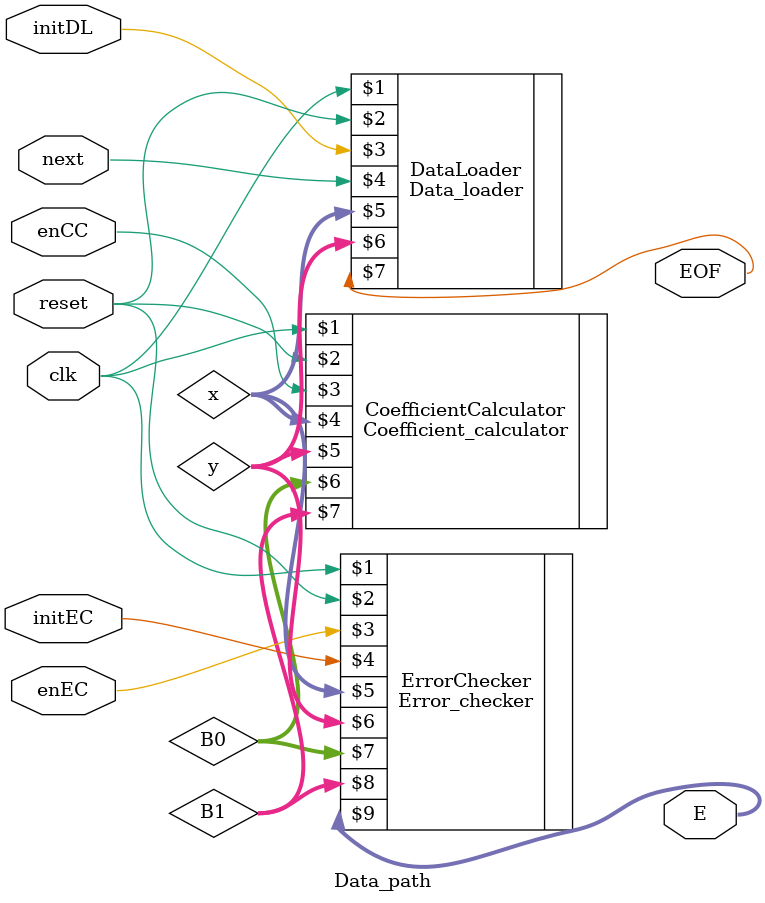
<source format=v>
module Data_path(input clk, reset, initDL, next, initEC, enCC, enEC, output EOF, output [19:0]E);
  
wire [19:0] x, y, B0, B1;
  
Data_loader DataLoader(clk, reset, initDL, next, x, y, EOF);

Coefficient_calculator CoefficientCalculator(clk , reset ,enCC , x , y , B0 , B1);
  
Error_checker ErrorChecker(clk, reset, enEC, initEC, x, y, B0, B1, E);
endmodule

</source>
